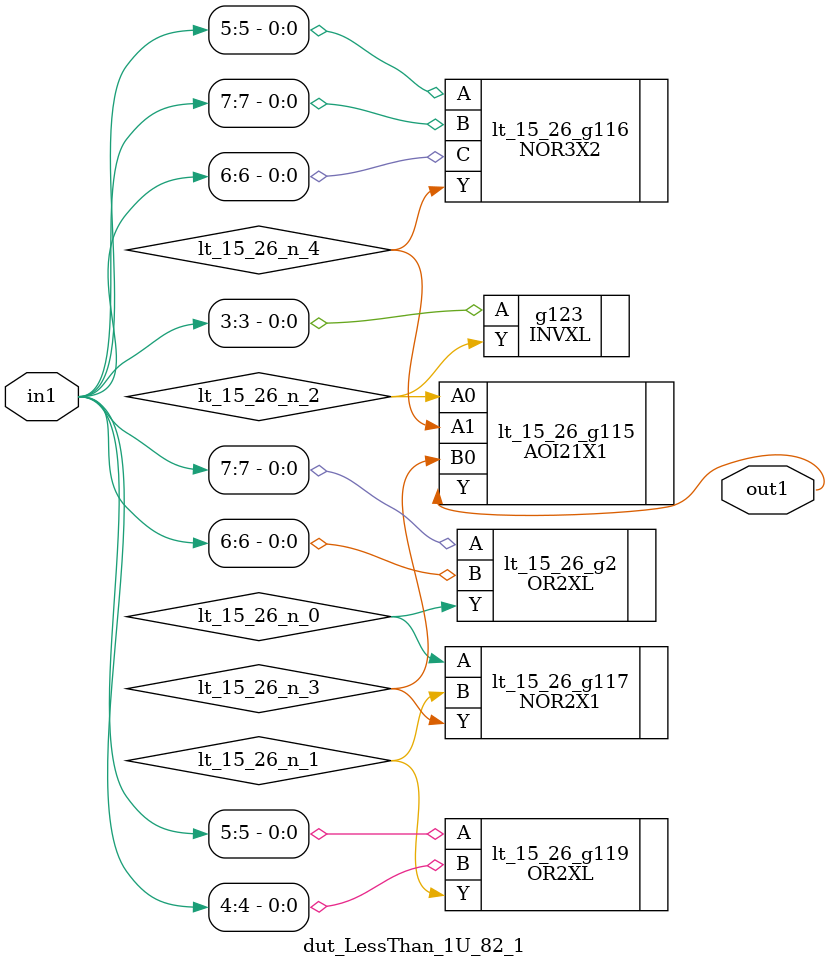
<source format=v>
`timescale 1ps / 1ps


module dut_LessThan_1U_82_1(in1, out1);
  input [7:0] in1;
  output out1;
  wire [7:0] in1;
  wire out1;
  wire lt_15_26_n_0, lt_15_26_n_1, lt_15_26_n_2, lt_15_26_n_3,
       lt_15_26_n_4;
  AOI21X1 lt_15_26_g115(.A0 (lt_15_26_n_2), .A1 (lt_15_26_n_4), .B0
       (lt_15_26_n_3), .Y (out1));
  NOR3X2 lt_15_26_g116(.A (in1[5]), .B (in1[7]), .C (in1[6]), .Y
       (lt_15_26_n_4));
  NOR2X1 lt_15_26_g117(.A (lt_15_26_n_0), .B (lt_15_26_n_1), .Y
       (lt_15_26_n_3));
  OR2XL lt_15_26_g119(.A (in1[5]), .B (in1[4]), .Y (lt_15_26_n_1));
  OR2XL lt_15_26_g2(.A (in1[7]), .B (in1[6]), .Y (lt_15_26_n_0));
  INVXL g123(.A (in1[3]), .Y (lt_15_26_n_2));
endmodule



</source>
